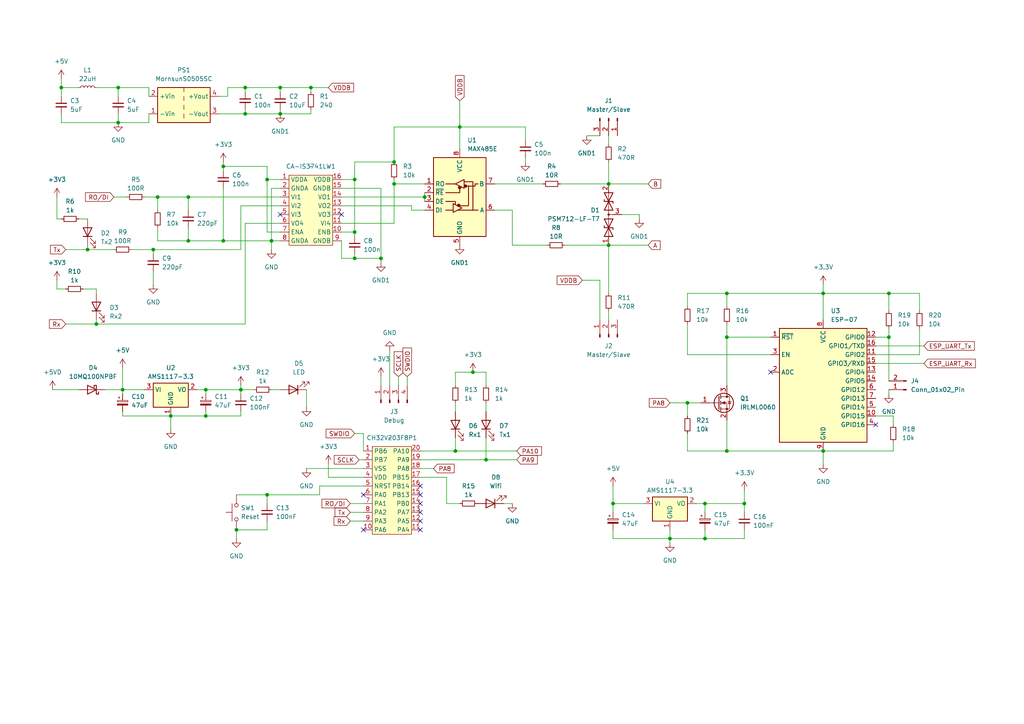
<source format=kicad_sch>
(kicad_sch (version 20230121) (generator eeschema)
  (paper "A4")
  (lib_symbols
    (symbol "CA-IS374x:CA-IS3741LW"
      (property "Reference" "CA-IS3741LW" (at 0 -1.27 0))
      (symbol "CA-IS3741LW_1_1"
        (pin input line (at -8.89 -3.81 0) (length 2.54) (name "VDDA") (number "1"))
        (pin input line (at 8.89 -19.05 180) (length 2.54) (name "ENB") (number "10"))
        (pin input line (at 8.89 -16.51 180) (length 2.54) (name "VI4") (number "11"))
        (pin input line (at 8.89 -13.97 180) (length 2.54) (name "VO3") (number "12"))
        (pin input line (at 8.89 -11.43 180) (length 2.54) (name "VO2") (number "13"))
        (pin input line (at 8.89 -8.89 180) (length 2.54) (name "VO1") (number "14"))
        (pin input line (at 8.89 -6.35 180) (length 2.54) (name "GNDB") (number "15"))
        (pin input line (at 8.89 -3.81 180) (length 2.54) (name "VDDB") (number "16"))
        (pin input line (at -8.89 -6.35 0) (length 2.54) (name "GNDA") (number "2"))
        (pin input line (at -8.89 -8.89 0) (length 2.54) (name "VI1") (number "3"))
        (pin input line (at -8.89 -11.43 0) (length 2.54) (name "VI2") (number "4"))
        (pin input line (at -8.89 -13.97 0) (length 2.54) (name "VI3") (number "5"))
        (pin input line (at -8.89 -16.51 0) (length 2.54) (name "VO4") (number "6"))
        (pin input line (at -8.89 -19.05 0) (length 2.54) (name "ENA") (number "7"))
        (pin input line (at -8.89 -21.59 0) (length 2.54) (name "GNDA") (number "8"))
        (pin input line (at 8.89 -21.59 180) (length 2.54) (name "GNDB") (number "9"))
      )
    )
    (symbol "CH32V:CH32V203F8P6"
      (property "Reference" "CH32V203F8P6" (at 0 0 0))
      (symbol "CH32V203F8P6_1_1"
        (pin input line (at -7.62 -3.81 0) (length 2.54) (name "PB6") (number "1"))
        (pin input line (at -7.62 -26.67 0) (length 2.54) (name "PA6") (number "10"))
        (pin input line (at 8.89 -26.67 180) (length 2.54) (name "PA4") (number "11"))
        (pin input line (at 8.89 -24.13 180) (length 2.54) (name "PA5") (number "12"))
        (pin input line (at 8.89 -21.59 180) (length 2.54) (name "PA7") (number "13"))
        (pin input line (at 8.89 -19.05 180) (length 2.54) (name "PB0") (number "14"))
        (pin input line (at 8.89 -16.51 180) (length 2.54) (name "PB13") (number "15"))
        (pin input line (at 8.89 -13.97 180) (length 2.54) (name "PB14") (number "16"))
        (pin input line (at 8.89 -11.43 180) (length 2.54) (name "PB15") (number "17"))
        (pin input line (at 8.89 -8.89 180) (length 2.54) (name "PA8") (number "18"))
        (pin input line (at 8.89 -6.35 180) (length 2.54) (name "PA9") (number "19"))
        (pin input line (at -7.62 -6.35 0) (length 2.54) (name "PB7") (number "2"))
        (pin input line (at 8.89 -3.81 180) (length 2.54) (name "PA10") (number "20"))
        (pin input line (at -7.62 -8.89 0) (length 2.54) (name "VSS") (number "3"))
        (pin input line (at -7.62 -11.43 0) (length 2.54) (name "VDD") (number "4"))
        (pin input line (at -7.62 -13.97 0) (length 2.54) (name "NRST") (number "5"))
        (pin input line (at -7.62 -16.51 0) (length 2.54) (name "PA0") (number "6"))
        (pin input line (at -7.62 -19.05 0) (length 2.54) (name "PA1") (number "7"))
        (pin input line (at -7.62 -21.59 0) (length 2.54) (name "PA2") (number "8"))
        (pin input line (at -7.62 -24.13 0) (length 2.54) (name "PA3") (number "9"))
      )
    )
    (symbol "Connector:Conn_01x02_Pin" (pin_names (offset 1.016) hide)
      (property "Reference" "J" (at 0 2.54 0))
      (property "Value" "Conn_01x02_Pin" (at 0 -5.08 0))
      (symbol "Conn_01x02_Pin_1_1"
        (pin passive line (at 5.08 0 180) (length 3.81) (name "Pin_1") (number "1"))
        (pin passive line (at 5.08 -2.54 180) (length 3.81) (name "Pin_2") (number "2"))
      )
    )
    (symbol "Connector:Conn_01x03_Pin" (pin_names (offset 1.016) hide)
      (property "Reference" "J" (at 0 5.08 0))
      (property "Value" "Conn_01x03_Pin" (at 0 -5.08 0))
      (symbol "Conn_01x03_Pin_1_1"
        (pin passive line (at 5.08 2.54 180) (length 3.81) (name "Pin_1") (number "1"))
        (pin passive line (at 5.08 0 180) (length 3.81) (name "Pin_2") (number "2"))
        (pin passive line (at 5.08 -2.54 180) (length 3.81) (name "Pin_3") (number "3"))
      )
    )
    (symbol "Connector:Conn_01x04_Pin" (pin_names (offset 1.016) hide)
      (property "Reference" "J" (at 0 5.08 0))
      (property "Value" "Conn_01x04_Pin" (at 0 -7.62 0))
      (symbol "Conn_01x04_Pin_1_1"
        (pin passive line (at 5.08 2.54 180) (length 3.81) (name "Pin_1") (number "1"))
        (pin passive line (at 5.08 0 180) (length 3.81) (name "Pin_2") (number "2"))
        (pin passive line (at 5.08 -2.54 180) (length 3.81) (name "Pin_3") (number "3"))
        (pin passive line (at 5.08 -5.08 180) (length 3.81) (name "Pin_4") (number "4"))
      )
    )
    (symbol "Converter_DCDC:MEE1S0505SC"
      (property "Reference" "PS" (at -7.62 6.35 0))
      (property "Value" "MEE1S0505SC" (at 1.27 6.35 0))
      (symbol "MEE1S0505SC_0_0"
        (pin power_in line (at -10.16 -2.54 0) (length 2.54) (name "-Vin") (number "1"))
        (pin power_in line (at -10.16 2.54 0) (length 2.54) (name "+Vin") (number "2"))
        (pin power_out line (at 10.16 -2.54 180) (length 2.54) (name "-Vout") (number "3"))
        (pin power_out line (at 10.16 2.54 180) (length 2.54) (name "+Vout") (number "4"))
      )
    )
    (symbol "Device:C_Polarized_Small" (pin_numbers hide) (pin_names (offset 0.254) hide)
      (property "Reference" "C" (at 0.254 1.778 0))
      (property "Value" "C_Polarized_Small" (at 0.254 -2.032 0))
      (symbol "C_Polarized_Small_1_1"
        (pin passive line (at 0 2.54 270) (length 1.8542) (name "~") (number "1"))
        (pin passive line (at 0 -2.54 90) (length 1.8542) (name "~") (number "2"))
      )
    )
    (symbol "Device:C_Small" (pin_numbers hide) (pin_names (offset 0.254) hide)
      (property "Reference" "C" (at 0.254 1.778 0))
      (property "Value" "C_Small" (at 0.254 -2.032 0))
      (symbol "C_Small_1_1"
        (pin passive line (at 0 2.54 270) (length 2.032) (name "~") (number "1"))
        (pin passive line (at 0 -2.54 90) (length 2.032) (name "~") (number "2"))
      )
    )
    (symbol "Device:D_TVS_Dual_AAC" (pin_names (offset 1.016) hide)
      (property "Reference" "D" (at 0 4.445 0))
      (property "Value" "D_TVS_Dual_AAC" (at 0 2.54 0))
      (symbol "D_TVS_Dual_AAC_1_1"
        (pin passive line (at -8.89 0 0) (length 2.54) (name "A1") (number "1"))
        (pin passive line (at 8.89 0 180) (length 2.54) (name "A2") (number "2"))
        (pin input line (at 0 -3.81 90) (length 2.54) (name "common") (number "3"))
      )
    )
    (symbol "Device:LED" (pin_numbers hide) (pin_names (offset 1.016) hide)
      (property "Reference" "D" (at 0 2.54 0))
      (property "Value" "LED" (at 0 -2.54 0))
      (symbol "LED_1_1"
        (pin passive line (at -3.81 0 0) (length 2.54) (name "K") (number "1"))
        (pin passive line (at 3.81 0 180) (length 2.54) (name "A") (number "2"))
      )
    )
    (symbol "Device:L_Small" (pin_numbers hide) (pin_names (offset 0.254) hide)
      (property "Reference" "L" (at 0.762 1.016 0))
      (property "Value" "L_Small" (at 0.762 -1.016 0))
      (symbol "L_Small_1_1"
        (pin passive line (at 0 2.54 270) (length 0.508) (name "~") (number "1"))
        (pin passive line (at 0 -2.54 90) (length 0.508) (name "~") (number "2"))
      )
    )
    (symbol "Device:R_Small" (pin_numbers hide) (pin_names (offset 0.254) hide)
      (property "Reference" "R" (at 0.762 0.508 0))
      (property "Value" "R_Small" (at 0.762 -1.016 0))
      (symbol "R_Small_1_1"
        (pin passive line (at 0 2.54 270) (length 0.762) (name "~") (number "1"))
        (pin passive line (at 0 -2.54 90) (length 0.762) (name "~") (number "2"))
      )
    )
    (symbol "Diode:B120-E3" (pin_numbers hide) (pin_names hide)
      (property "Reference" "D" (at 0 2.54 0))
      (property "Value" "B120-E3" (at 0 -2.54 0))
      (symbol "B120-E3_1_1"
        (pin passive line (at -3.81 0 0) (length 2.54) (name "K") (number "1"))
        (pin passive line (at 3.81 0 180) (length 2.54) (name "A") (number "2"))
      )
    )
    (symbol "Interface_UART:MAX485E"
      (property "Reference" "U" (at -6.096 11.43 0))
      (property "Value" "MAX485E" (at 0.762 11.43 0))
      (symbol "MAX485E_1_1"
        (pin output line (at -10.16 2.54 0) (length 2.54) (name "RO") (number "1"))
        (pin input line (at -10.16 0 0) (length 2.54) (name "~{RE}") (number "2"))
        (pin input line (at -10.16 -2.54 0) (length 2.54) (name "DE") (number "3"))
        (pin input line (at -10.16 -5.08 0) (length 2.54) (name "DI") (number "4"))
        (pin power_in line (at 0 -15.24 90) (length 2.54) (name "GND") (number "5"))
        (pin bidirectional line (at 10.16 -5.08 180) (length 2.54) (name "A") (number "6"))
        (pin bidirectional line (at 10.16 2.54 180) (length 2.54) (name "B") (number "7"))
        (pin power_in line (at 0 12.7 270) (length 2.54) (name "VCC") (number "8"))
      )
    )
    (symbol "RF_Module:ESP-07"
      (property "Reference" "U" (at -12.7 19.05 0))
      (property "Value" "ESP-07" (at 12.7 19.05 0))
      (symbol "ESP-07_1_1"
        (pin input line (at -15.24 15.24 0) (length 2.54) (name "~{RST}") (number "1"))
        (pin bidirectional line (at 15.24 -7.62 180) (length 2.54) (name "GPIO15") (number "10"))
        (pin bidirectional line (at 15.24 10.16 180) (length 2.54) (name "GPIO2") (number "11"))
        (pin bidirectional line (at 15.24 15.24 180) (length 2.54) (name "GPIO0") (number "12"))
        (pin bidirectional line (at 15.24 5.08 180) (length 2.54) (name "GPIO4") (number "13"))
        (pin bidirectional line (at 15.24 2.54 180) (length 2.54) (name "GPIO5") (number "14"))
        (pin bidirectional line (at 15.24 7.62 180) (length 2.54) (name "GPIO3/RXD") (number "15"))
        (pin bidirectional line (at 15.24 12.7 180) (length 2.54) (name "GPIO1/TXD") (number "16"))
        (pin input line (at -15.24 5.08 0) (length 2.54) (name "ADC") (number "2"))
        (pin input line (at -15.24 10.16 0) (length 2.54) (name "EN") (number "3"))
        (pin bidirectional line (at 15.24 -10.16 180) (length 2.54) (name "GPIO16") (number "4"))
        (pin bidirectional line (at 15.24 -5.08 180) (length 2.54) (name "GPIO14") (number "5"))
        (pin bidirectional line (at 15.24 0 180) (length 2.54) (name "GPIO12") (number "6"))
        (pin bidirectional line (at 15.24 -2.54 180) (length 2.54) (name "GPIO13") (number "7"))
        (pin power_in line (at 0 20.32 270) (length 2.54) (name "VCC") (number "8"))
        (pin power_in line (at 0 -17.78 90) (length 2.54) (name "GND") (number "9"))
      )
    )
    (symbol "Regulator_Linear:AMS1117-3.3"
      (property "Reference" "U" (at -3.81 3.175 0))
      (property "Value" "AMS1117-3.3" (at 0 3.175 0))
      (symbol "AMS1117-3.3_1_1"
        (pin power_in line (at 0 -7.62 90) (length 2.54) (name "GND") (number "1"))
        (pin power_out line (at 7.62 0 180) (length 2.54) (name "VO") (number "2"))
        (pin power_in line (at -7.62 0 0) (length 2.54) (name "VI") (number "3"))
      )
    )
    (symbol "Switch:SW_MEC_5G" (pin_numbers hide) (pin_names (offset 1.016) hide)
      (property "Reference" "SW" (at 1.27 2.54 0))
      (property "Value" "SW_MEC_5G" (at 0 -1.524 0))
      (symbol "SW_MEC_5G_0_1"
        (pin passive line (at -5.08 0 0) (length 2.54) (name "A") (number "1"))
        (pin passive line (at 5.08 0 180) (length 2.54) (name "B") (number "3"))
      )
      (symbol "SW_MEC_5G_1_1"
        (pin passive line (at -5.08 0 0) (length 2.54) hide (name "A") (number "2"))
        (pin passive line (at 5.08 0 180) (length 2.54) hide (name "B") (number "4"))
      )
    )
    (symbol "Transistor_FET:IRLML0030" (pin_names hide)
      (property "Reference" "Q" (at 5.08 1.905 0))
      (property "Value" "IRLML0030" (at 5.08 0 0))
      (symbol "IRLML0030_1_1"
        (pin input line (at -5.08 0 0) (length 2.54) (name "G") (number "1"))
        (pin passive line (at 2.54 -5.08 90) (length 2.54) (name "S") (number "2"))
        (pin passive line (at 2.54 5.08 270) (length 2.54) (name "D") (number "3"))
      )
    )
    (symbol "power:+3.3V" (power) (pin_names (offset 0))
      (property "Value" "+3.3V" (at 0 3.556 0))
      (symbol "+3.3V_1_1"
        (pin power_in line (at 0 0 90) (length 0) hide (name "+3.3V") (number "1"))
      )
    )
    (symbol "power:+3V3" (power) (pin_names (offset 0))
      (property "Value" "+3V3" (at 0 3.556 0))
      (symbol "+3V3_1_1"
        (pin power_in line (at 0 0 90) (length 0) hide (name "+3V3") (number "1"))
      )
    )
    (symbol "power:+5V" (power) (pin_names (offset 0))
      (property "Value" "+5V" (at 0 3.556 0))
      (symbol "+5V_1_1"
        (pin power_in line (at 0 0 90) (length 0) hide (name "+5V") (number "1"))
      )
    )
    (symbol "power:+5VD" (power) (pin_names (offset 0))
      (property "Value" "+5VD" (at 0 3.556 0))
      (symbol "+5VD_1_1"
        (pin power_in line (at 0 0 90) (length 0) hide (name "+5VD") (number "1"))
      )
    )
    (symbol "power:GND" (power) (pin_names (offset 0))
      (property "Value" "GND" (at 0 -3.81 0))
      (symbol "GND_1_1"
        (pin power_in line (at 0 0 270) (length 0) hide (name "GND") (number "1"))
      )
    )
    (symbol "power:GND1" (power) (pin_names (offset 0))
      (property "Value" "GND1" (at 0 -3.81 0))
      (symbol "GND1_1_1"
        (pin power_in line (at 0 0 270) (length 0) hide (name "GND1") (number "1"))
      )
    )
  )
  (junction (at 68.58 153.67))
  (junction (at 140.97 133.35))
  (junction (at 132.08 130.81))
  (junction (at 110.49 74.93))
  (junction (at 25.4 72.39))
  (junction (at 78.74 69.85))
  (junction (at 90.17 25.4))
  (junction (at 199.39 116.84))
  (junction (at 204.47 146.05))
  (junction (at 194.31 156.21))
  (junction (at 210.82 85.09))
  (junction (at 177.8 146.05))
  (junction (at 59.69 113.03))
  (junction (at 54.61 69.85))
  (junction (at 210.82 97.79))
  (junction (at 215.9 146.05))
  (junction (at 238.76 85.09))
  (junction (at 176.53 53.34))
  (junction (at 17.78 25.4))
  (junction (at 133.35 36.83))
  (junction (at 176.53 71.12))
  (junction (at 123.19 57.15))
  (junction (at 257.81 85.09))
  (junction (at 54.61 57.15))
  (junction (at 114.3 53.34))
  (junction (at 114.3 46.99))
  (junction (at 204.47 156.21))
  (junction (at 238.76 130.81))
  (junction (at 81.28 33.02))
  (junction (at 27.94 93.98))
  (junction (at 71.12 33.02))
  (junction (at 102.87 74.93))
  (junction (at 34.29 35.56))
  (junction (at 137.16 107.95))
  (junction (at 44.45 72.39))
  (junction (at 71.12 25.4))
  (junction (at 257.81 97.79))
  (junction (at 81.28 25.4))
  (junction (at 49.53 120.65))
  (junction (at 102.87 67.31))
  (junction (at 45.72 57.15))
  (junction (at 77.47 143.51))
  (junction (at 59.69 120.65))
  (junction (at 102.87 52.07))
  (junction (at 35.56 113.03))
  (junction (at 210.82 130.81))
  (junction (at 34.29 25.4))
  (junction (at 77.47 52.07))
  (junction (at 64.77 69.85))
  (junction (at 69.85 113.03))
  (junction (at 64.77 48.26))
  (no_connect (at 121.92 151.13))
  (no_connect (at 121.92 143.51))
  (no_connect (at 81.28 62.23))
  (no_connect (at 121.92 148.59))
  (no_connect (at 223.52 107.95))
  (no_connect (at 121.92 153.67))
  (no_connect (at 105.41 143.51))
  (no_connect (at 121.92 146.05))
  (no_connect (at 105.41 153.67))
  (no_connect (at 99.06 62.23))
  (no_connect (at 254 123.19))
  (no_connect (at 121.92 140.97))
  (wire (pts (xy 177.8 156.21) (xy 194.31 156.21)))
  (wire (pts (xy 99.06 59.69) (xy 119.38 59.69)))
  (wire (pts (xy 199.39 116.84) (xy 203.2 116.84)))
  (wire (pts (xy 17.78 63.5) (xy 16.51 63.5)))
  (wire (pts (xy 95.25 138.43) (xy 95.25 134.62)))
  (wire (pts (xy 210.82 85.09) (xy 238.76 85.09)))
  (wire (pts (xy 78.74 69.85) (xy 78.74 72.39)))
  (wire (pts (xy 90.17 33.02) (xy 90.17 31.75)))
  (wire (pts (xy 17.78 22.86) (xy 17.78 25.4)))
  (wire (pts (xy 66.04 25.4) (xy 71.12 25.4)))
  (wire (pts (xy 199.39 85.09) (xy 210.82 85.09)))
  (wire (pts (xy 102.87 52.07) (xy 102.87 46.99)))
  (wire (pts (xy 71.12 93.98) (xy 27.94 93.98)))
  (wire (pts (xy 121.92 135.89) (xy 125.73 135.89)))
  (wire (pts (xy 123.19 53.34) (xy 114.3 53.34)))
  (wire (pts (xy 177.8 153.67) (xy 177.8 156.21)))
  (wire (pts (xy 177.8 146.05) (xy 186.69 146.05)))
  (wire (pts (xy 43.18 25.4) (xy 43.18 27.94)))
  (wire (pts (xy 16.51 57.15) (xy 16.51 63.5)))
  (wire (pts (xy 194.31 153.67) (xy 194.31 156.21)))
  (wire (pts (xy 210.82 85.09) (xy 210.82 88.9)))
  (wire (pts (xy 25.4 72.39) (xy 33.02 72.39)))
  (wire (pts (xy 90.17 25.4) (xy 95.25 25.4)))
  (wire (pts (xy 71.12 64.77) (xy 71.12 93.98)))
  (wire (pts (xy 68.58 153.67) (xy 77.47 153.67)))
  (wire (pts (xy 176.53 53.34) (xy 187.96 53.34)))
  (wire (pts (xy 152.4 36.83) (xy 152.4 40.64)))
  (wire (pts (xy 71.12 26.67) (xy 71.12 25.4)))
  (wire (pts (xy 43.18 35.56) (xy 43.18 33.02)))
  (wire (pts (xy 44.45 78.74) (xy 44.45 82.55)))
  (wire (pts (xy 44.45 72.39) (xy 69.85 72.39)))
  (wire (pts (xy 27.94 25.4) (xy 34.29 25.4)))
  (wire (pts (xy 101.6 146.05) (xy 105.41 146.05)))
  (wire (pts (xy 254 102.87) (xy 266.7 102.87)))
  (wire (pts (xy 22.86 63.5) (xy 25.4 63.5)))
  (wire (pts (xy 176.53 90.17) (xy 176.53 92.71)))
  (wire (pts (xy 110.49 76.2) (xy 110.49 74.93)))
  (wire (pts (xy 163.83 71.12) (xy 176.53 71.12)))
  (wire (pts (xy 105.41 130.81) (xy 105.41 125.73)))
  (wire (pts (xy 254 105.41) (xy 267.97 105.41)))
  (wire (pts (xy 81.28 64.77) (xy 71.12 64.77)))
  (wire (pts (xy 105.41 125.73) (xy 102.87 125.73)))
  (wire (pts (xy 215.9 142.24) (xy 215.9 146.05)))
  (wire (pts (xy 133.35 36.83) (xy 152.4 36.83)))
  (wire (pts (xy 68.58 153.67) (xy 68.58 156.21)))
  (wire (pts (xy 204.47 148.59) (xy 204.47 146.05)))
  (wire (pts (xy 114.3 53.34) (xy 114.3 52.07)))
  (wire (pts (xy 140.97 111.76) (xy 140.97 107.95)))
  (wire (pts (xy 123.19 55.88) (xy 123.19 57.15)))
  (wire (pts (xy 132.08 116.84) (xy 132.08 119.38)))
  (wire (pts (xy 215.9 156.21) (xy 215.9 153.67)))
  (wire (pts (xy 78.74 69.85) (xy 81.28 69.85)))
  (wire (pts (xy 162.56 53.34) (xy 176.53 53.34)))
  (wire (pts (xy 92.71 143.51) (xy 92.71 140.97)))
  (wire (pts (xy 194.31 156.21) (xy 204.47 156.21)))
  (wire (pts (xy 254 97.79) (xy 257.81 97.79)))
  (wire (pts (xy 69.85 59.69) (xy 81.28 59.69)))
  (wire (pts (xy 129.54 138.43) (xy 129.54 146.05)))
  (wire (pts (xy 266.7 102.87) (xy 266.7 95.25)))
  (wire (pts (xy 69.85 111.76) (xy 69.85 113.03)))
  (wire (pts (xy 49.53 120.65) (xy 49.53 124.46)))
  (wire (pts (xy 199.39 130.81) (xy 210.82 130.81)))
  (wire (pts (xy 113.03 101.6) (xy 113.03 111.76)))
  (wire (pts (xy 34.29 33.02) (xy 34.29 35.56)))
  (wire (pts (xy 185.42 62.23) (xy 180.34 62.23)))
  (wire (pts (xy 54.61 57.15) (xy 81.28 57.15)))
  (wire (pts (xy 185.42 63.5) (xy 185.42 62.23)))
  (wire (pts (xy 35.56 120.65) (xy 35.56 119.38)))
  (wire (pts (xy 71.12 25.4) (xy 81.28 25.4)))
  (wire (pts (xy 59.69 120.65) (xy 49.53 120.65)))
  (wire (pts (xy 64.77 48.26) (xy 64.77 49.53)))
  (wire (pts (xy 54.61 60.96) (xy 54.61 57.15)))
  (wire (pts (xy 57.15 113.03) (xy 59.69 113.03)))
  (wire (pts (xy 71.12 33.02) (xy 71.12 31.75)))
  (wire (pts (xy 35.56 113.03) (xy 35.56 114.3)))
  (wire (pts (xy 88.9 135.89) (xy 105.41 135.89)))
  (wire (pts (xy 45.72 57.15) (xy 54.61 57.15)))
  (wire (pts (xy 16.51 83.82) (xy 16.51 81.28)))
  (wire (pts (xy 148.59 71.12) (xy 158.75 71.12)))
  (wire (pts (xy 41.91 113.03) (xy 35.56 113.03)))
  (wire (pts (xy 148.59 60.96) (xy 143.51 60.96)))
  (wire (pts (xy 210.82 97.79) (xy 210.82 93.98)))
  (wire (pts (xy 64.77 69.85) (xy 78.74 69.85)))
  (wire (pts (xy 104.14 133.35) (xy 105.41 133.35)))
  (wire (pts (xy 257.81 85.09) (xy 238.76 85.09)))
  (wire (pts (xy 33.02 57.15) (xy 36.83 57.15)))
  (wire (pts (xy 45.72 66.04) (xy 45.72 69.85)))
  (wire (pts (xy 66.04 27.94) (xy 66.04 25.4)))
  (wire (pts (xy 54.61 66.04) (xy 54.61 69.85)))
  (wire (pts (xy 102.87 46.99) (xy 114.3 46.99)))
  (wire (pts (xy 27.94 85.09) (xy 27.94 83.82)))
  (wire (pts (xy 257.81 97.79) (xy 257.81 110.49)))
  (wire (pts (xy 64.77 46.99) (xy 64.77 48.26)))
  (wire (pts (xy 238.76 130.81) (xy 238.76 134.62)))
  (wire (pts (xy 27.94 93.98) (xy 19.05 93.98)))
  (wire (pts (xy 99.06 52.07) (xy 102.87 52.07)))
  (wire (pts (xy 259.08 120.65) (xy 259.08 123.19)))
  (wire (pts (xy 176.53 71.12) (xy 176.53 85.09)))
  (wire (pts (xy 77.47 153.67) (xy 77.47 151.13)))
  (wire (pts (xy 204.47 156.21) (xy 204.47 153.67)))
  (wire (pts (xy 257.81 90.17) (xy 257.81 85.09)))
  (wire (pts (xy 133.35 43.18) (xy 133.35 36.83)))
  (wire (pts (xy 102.87 74.93) (xy 110.49 74.93)))
  (wire (pts (xy 129.54 146.05) (xy 133.35 146.05)))
  (wire (pts (xy 90.17 25.4) (xy 90.17 26.67)))
  (wire (pts (xy 132.08 127) (xy 132.08 130.81)))
  (wire (pts (xy 199.39 102.87) (xy 199.39 93.98)))
  (wire (pts (xy 101.6 148.59) (xy 105.41 148.59)))
  (wire (pts (xy 110.49 54.61) (xy 110.49 74.93)))
  (wire (pts (xy 81.28 25.4) (xy 81.28 26.67)))
  (wire (pts (xy 19.05 83.82) (xy 16.51 83.82)))
  (wire (pts (xy 102.87 67.31) (xy 102.87 68.58)))
  (wire (pts (xy 132.08 130.81) (xy 149.86 130.81)))
  (wire (pts (xy 64.77 54.61) (xy 64.77 69.85)))
  (wire (pts (xy 19.05 72.39) (xy 25.4 72.39)))
  (wire (pts (xy 168.91 81.28) (xy 173.99 81.28)))
  (wire (pts (xy 88.9 113.03) (xy 88.9 118.11)))
  (wire (pts (xy 177.8 146.05) (xy 177.8 148.59)))
  (wire (pts (xy 210.82 130.81) (xy 238.76 130.81)))
  (wire (pts (xy 81.28 52.07) (xy 77.47 52.07)))
  (wire (pts (xy 49.53 120.65) (xy 35.56 120.65)))
  (wire (pts (xy 102.87 52.07) (xy 102.87 67.31)))
  (wire (pts (xy 194.31 116.84) (xy 199.39 116.84)))
  (wire (pts (xy 78.74 113.03) (xy 81.28 113.03)))
  (wire (pts (xy 102.87 73.66) (xy 102.87 74.93)))
  (wire (pts (xy 92.71 140.97) (xy 105.41 140.97)))
  (wire (pts (xy 132.08 111.76) (xy 132.08 107.95)))
  (wire (pts (xy 173.99 81.28) (xy 173.99 92.71)))
  (wire (pts (xy 254 100.33) (xy 267.97 100.33)))
  (wire (pts (xy 81.28 33.02) (xy 81.28 31.75)))
  (wire (pts (xy 81.28 33.02) (xy 90.17 33.02)))
  (wire (pts (xy 99.06 57.15) (xy 123.19 57.15)))
  (wire (pts (xy 78.74 54.61) (xy 78.74 69.85)))
  (wire (pts (xy 17.78 35.56) (xy 34.29 35.56)))
  (wire (pts (xy 114.3 36.83) (xy 114.3 46.99)))
  (wire (pts (xy 143.51 53.34) (xy 157.48 53.34)))
  (wire (pts (xy 77.47 48.26) (xy 64.77 48.26)))
  (wire (pts (xy 223.52 102.87) (xy 199.39 102.87)))
  (wire (pts (xy 41.91 57.15) (xy 45.72 57.15)))
  (wire (pts (xy 27.94 83.82) (xy 24.13 83.82)))
  (wire (pts (xy 102.87 74.93) (xy 99.06 74.93)))
  (wire (pts (xy 77.47 67.31) (xy 81.28 67.31)))
  (wire (pts (xy 140.97 116.84) (xy 140.97 119.38)))
  (wire (pts (xy 204.47 146.05) (xy 201.93 146.05)))
  (wire (pts (xy 45.72 69.85) (xy 54.61 69.85)))
  (wire (pts (xy 254 120.65) (xy 259.08 120.65)))
  (wire (pts (xy 77.47 52.07) (xy 77.47 67.31)))
  (wire (pts (xy 257.81 113.03) (xy 257.81 114.3)))
  (wire (pts (xy 266.7 85.09) (xy 257.81 85.09)))
  (wire (pts (xy 59.69 113.03) (xy 69.85 113.03)))
  (wire (pts (xy 99.06 54.61) (xy 110.49 54.61)))
  (wire (pts (xy 170.18 39.37) (xy 173.99 39.37)))
  (wire (pts (xy 77.47 143.51) (xy 92.71 143.51)))
  (wire (pts (xy 223.52 97.79) (xy 210.82 97.79)))
  (wire (pts (xy 69.85 113.03) (xy 73.66 113.03)))
  (wire (pts (xy 102.87 67.31) (xy 99.06 67.31)))
  (wire (pts (xy 146.05 146.05) (xy 148.59 146.05)))
  (wire (pts (xy 34.29 25.4) (xy 43.18 25.4)))
  (wire (pts (xy 30.48 113.03) (xy 35.56 113.03)))
  (wire (pts (xy 210.82 121.92) (xy 210.82 130.81)))
  (wire (pts (xy 81.28 25.4) (xy 90.17 25.4)))
  (wire (pts (xy 69.85 119.38) (xy 69.85 120.65)))
  (wire (pts (xy 119.38 59.69) (xy 119.38 60.96)))
  (wire (pts (xy 199.39 125.73) (xy 199.39 130.81)))
  (wire (pts (xy 99.06 74.93) (xy 99.06 69.85)))
  (wire (pts (xy 110.49 109.22) (xy 110.49 111.76)))
  (wire (pts (xy 77.47 52.07) (xy 77.47 48.26)))
  (wire (pts (xy 257.81 97.79) (xy 257.81 95.25)))
  (wire (pts (xy 54.61 69.85) (xy 64.77 69.85)))
  (wire (pts (xy 176.53 71.12) (xy 187.96 71.12)))
  (wire (pts (xy 17.78 25.4) (xy 17.78 27.94)))
  (wire (pts (xy 44.45 72.39) (xy 44.45 73.66)))
  (wire (pts (xy 59.69 119.38) (xy 59.69 120.65)))
  (wire (pts (xy 118.11 109.22) (xy 118.11 111.76)))
  (wire (pts (xy 140.97 127) (xy 140.97 133.35)))
  (wire (pts (xy 68.58 143.51) (xy 77.47 143.51)))
  (wire (pts (xy 238.76 85.09) (xy 238.76 92.71)))
  (wire (pts (xy 15.24 113.03) (xy 22.86 113.03)))
  (wire (pts (xy 199.39 88.9) (xy 199.39 85.09)))
  (wire (pts (xy 132.08 107.95) (xy 137.16 107.95)))
  (wire (pts (xy 133.35 29.21) (xy 133.35 36.83)))
  (wire (pts (xy 34.29 35.56) (xy 43.18 35.56)))
  (wire (pts (xy 17.78 25.4) (xy 22.86 25.4)))
  (wire (pts (xy 215.9 146.05) (xy 215.9 148.59)))
  (wire (pts (xy 69.85 72.39) (xy 69.85 59.69)))
  (wire (pts (xy 38.1 72.39) (xy 44.45 72.39)))
  (wire (pts (xy 121.92 133.35) (xy 140.97 133.35)))
  (wire (pts (xy 266.7 90.17) (xy 266.7 85.09)))
  (wire (pts (xy 140.97 107.95) (xy 137.16 107.95)))
  (wire (pts (xy 105.41 138.43) (xy 95.25 138.43)))
  (wire (pts (xy 59.69 113.03) (xy 59.69 114.3)))
  (wire (pts (xy 34.29 25.4) (xy 34.29 27.94)))
  (wire (pts (xy 204.47 146.05) (xy 215.9 146.05)))
  (wire (pts (xy 114.3 64.77) (xy 99.06 64.77)))
  (wire (pts (xy 35.56 106.68) (xy 35.56 113.03)))
  (wire (pts (xy 210.82 97.79) (xy 210.82 111.76)))
  (wire (pts (xy 69.85 120.65) (xy 59.69 120.65)))
  (wire (pts (xy 199.39 116.84) (xy 199.39 120.65)))
  (wire (pts (xy 63.5 33.02) (xy 71.12 33.02)))
  (wire (pts (xy 81.28 54.61) (xy 78.74 54.61)))
  (wire (pts (xy 45.72 60.96) (xy 45.72 57.15)))
  (wire (pts (xy 133.35 36.83) (xy 114.3 36.83)))
  (wire (pts (xy 123.19 57.15) (xy 123.19 58.42)))
  (wire (pts (xy 204.47 156.21) (xy 215.9 156.21)))
  (wire (pts (xy 101.6 151.13) (xy 105.41 151.13)))
  (wire (pts (xy 71.12 33.02) (xy 81.28 33.02)))
  (wire (pts (xy 115.57 109.22) (xy 115.57 111.76)))
  (wire (pts (xy 25.4 71.12) (xy 25.4 72.39)))
  (wire (pts (xy 152.4 45.72) (xy 152.4 46.99)))
  (wire (pts (xy 114.3 53.34) (xy 114.3 64.77)))
  (wire (pts (xy 176.53 39.37) (xy 176.53 41.91)))
  (wire (pts (xy 119.38 60.96) (xy 123.19 60.96)))
  (wire (pts (xy 69.85 113.03) (xy 69.85 114.3)))
  (wire (pts (xy 176.53 46.99) (xy 176.53 53.34)))
  (wire (pts (xy 194.31 156.21) (xy 194.31 157.48)))
  (wire (pts (xy 27.94 92.71) (xy 27.94 93.98)))
  (wire (pts (xy 238.76 82.55) (xy 238.76 85.09)))
  (wire (pts (xy 121.92 138.43) (xy 129.54 138.43)))
  (wire (pts (xy 148.59 71.12) (xy 148.59 60.96)))
  (wire (pts (xy 177.8 140.97) (xy 177.8 146.05)))
  (wire (pts (xy 259.08 128.27) (xy 259.08 130.81)))
  (wire (pts (xy 259.08 130.81) (xy 238.76 130.81)))
  (wire (pts (xy 121.92 130.81) (xy 132.08 130.81)))
  (wire (pts (xy 77.47 143.51) (xy 77.47 146.05)))
  (wire (pts (xy 140.97 133.35) (xy 149.86 133.35)))
  (wire (pts (xy 17.78 33.02) (xy 17.78 35.56)))
  (wire (pts (xy 63.5 27.94) (xy 66.04 27.94)))
  (global_label "Tx" (shape input) (at 101.6 148.59 180) (property "Intersheetrefs" "${INTERSHEET_REFS}" (effects hide)))
  (global_label "VDDB" (shape input) (at 133.35 29.21 90) (property "Intersheetrefs" "${INTERSHEET_REFS}" (effects hide)))
  (global_label "SWDIO" (shape input) (at 102.87 125.73 180) (property "Intersheetrefs" "${INTERSHEET_REFS}" (effects hide)))
  (global_label "SWDIO" (shape input) (at 118.11 109.22 90) (property "Intersheetrefs" "${INTERSHEET_REFS}" (effects hide)))
  (global_label "SCLK" (shape input) (at 104.14 133.35 180) (property "Intersheetrefs" "${INTERSHEET_REFS}" (effects hide)))
  (global_label "PA8" (shape input) (at 194.31 116.84 180) (property "Intersheetrefs" "${INTERSHEET_REFS}" (effects hide)))
  (global_label "Rx" (shape input) (at 101.6 151.13 180) (property "Intersheetrefs" "${INTERSHEET_REFS}" (effects hide)))
  (global_label "PA8" (shape input) (at 125.73 135.89 0) (property "Intersheetrefs" "${INTERSHEET_REFS}" (effects hide)))
  (global_label "ESP_UART_Tx" (shape input) (at 267.97 100.33 0) (property "Intersheetrefs" "${INTERSHEET_REFS}" (effects hide)))
  (global_label "A" (shape input) (at 187.96 71.12 0) (property "Intersheetrefs" "${INTERSHEET_REFS}" (effects hide)))
  (global_label "RO{slash}DI" (shape input) (at 33.02 57.15 180) (property "Intersheetrefs" "${INTERSHEET_REFS}" (effects hide)))
  (global_label "PA9" (shape input) (at 149.86 133.35 0) (property "Intersheetrefs" "${INTERSHEET_REFS}" (effects hide)))
  (global_label "VDDB" (shape input) (at 95.25 25.4 0) (property "Intersheetrefs" "${INTERSHEET_REFS}" (effects hide)))
  (global_label "PA10" (shape input) (at 149.86 130.81 0) (property "Intersheetrefs" "${INTERSHEET_REFS}" (effects hide)))
  (global_label "ESP_UART_Rx" (shape input) (at 267.97 105.41 0) (property "Intersheetrefs" "${INTERSHEET_REFS}" (effects hide)))
  (global_label "SCLK" (shape input) (at 115.57 109.22 90) (property "Intersheetrefs" "${INTERSHEET_REFS}" (effects hide)))
  (global_label "B" (shape input) (at 187.96 53.34 0) (property "Intersheetrefs" "${INTERSHEET_REFS}" (effects hide)))
  (global_label "VDDB" (shape input) (at 168.91 81.28 180) (property "Intersheetrefs" "${INTERSHEET_REFS}" (effects hide)))
  (global_label "Rx" (shape input) (at 19.05 93.98 180) (property "Intersheetrefs" "${INTERSHEET_REFS}" (effects hide)))
  (global_label "RO{slash}DI" (shape input) (at 101.6 146.05 180) (property "Intersheetrefs" "${INTERSHEET_REFS}" (effects hide)))
  (global_label "Tx" (shape input) (at 19.05 72.39 180) (property "Intersheetrefs" "${INTERSHEET_REFS}" (effects hide)))
  (symbol (lib_id "Device:R_Small") (at 210.82 91.44 0) (unit 1)
    (property "Reference" "R16" (at 213.36 90.17 0) (effects (justify left)))
    (property "Value" "10k" (at 213.36 92.71 0) (effects (justify left)))
    (property "Footprint" "Resistor_SMD:R_0603_1608Metric" (effects hide))
  )
  (symbol (lib_id "Connector:Conn_01x03_Pin") (at 176.53 97.79 90) (unit 1)
    (property "Reference" "J2" (at 176.53 100.33 90))
    (property "Value" "Master/Slave" (at 176.53 102.87 90))
    (property "Footprint" "Connector_PinHeader_2.54mm:PinHeader_1x03_P2.54mm_Vertical" (effects hide))
  )
  (symbol (lib_id "Device:C_Polarized_Small") (at 177.8 151.13 0) (unit 1)
    (property "Reference" "C14" (at 180.34 149.3139 0) (effects (justify left)))
    (property "Value" "47uF" (at 180.34 151.8539 0) (effects (justify left)))
    (property "Footprint" "Capacitor_Tantalum_SMD:CP_EIA-3528-21_Kemet-B_Pad1.50x2.35mm_HandSolder" (effects hide))
  )
  (symbol (lib_id "power:GND") (at 78.74 72.39 0) (unit 1)
    (property "Reference" "#PWR010" (effects hide))
    (property "Value" "GND" (at 78.74 77.47 0))
  )
  (symbol (lib_id "Regulator_Linear:AMS1117-3.3") (at 194.31 146.05 0) (unit 1)
    (property "Reference" "U4" (at 194.31 139.7 0))
    (property "Value" "AMS1117-3.3" (at 194.31 142.24 0))
    (property "Footprint" "Package_TO_SOT_SMD:SOT-223-3_TabPin2" (effects hide))
    (property "Datasheet" "http://www.advanced-monolithic.com/pdf/ds1117.pdf" (effects hide))
  )
  (symbol (lib_id "power:+3V3") (at 110.49 109.22 0) (unit 1)
    (property "Reference" "#PWR017" (effects hide))
    (property "Value" "+3V3" (at 110.49 104.14 0))
  )
  (symbol (lib_id "Device:LED") (at 25.4 67.31 90) (unit 1)
    (property "Reference" "D2" (at 29.21 67.6275 90) (effects (justify right)))
    (property "Value" "Tx2" (at 29.21 70.1675 90) (effects (justify right)))
    (property "Footprint" "Diode_SMD:D_0805_2012Metric" (effects hide))
  )
  (symbol (lib_id "power:GND") (at 34.29 35.56 0) (unit 1)
    (property "Reference" "#PWR03" (effects hide))
    (property "Value" "GND" (at 34.29 40.64 0))
  )
  (symbol (lib_id "power:GND") (at 44.45 82.55 0) (unit 1)
    (property "Reference" "#PWR013" (effects hide))
    (property "Value" "GND" (at 44.45 87.63 0))
  )
  (symbol (lib_id "Device:R_Small") (at 160.02 53.34 90) (unit 1)
    (property "Reference" "R4" (at 160.02 48.26 90))
    (property "Value" "10R" (at 160.02 50.8 90))
    (property "Footprint" "Resistor_SMD:R_0805_2012Metric" (effects hide))
  )
  (symbol (lib_id "Device:R_Small") (at 199.39 91.44 0) (unit 1)
    (property "Reference" "R17" (at 201.93 90.17 0) (effects (justify left)))
    (property "Value" "10k" (at 201.93 92.71 0) (effects (justify left)))
    (property "Footprint" "Resistor_SMD:R_0603_1608Metric" (effects hide))
  )
  (symbol (lib_id "Device:C_Polarized_Small") (at 59.69 116.84 0) (unit 1)
    (property "Reference" "C11" (at 62.23 115.0239 0) (effects (justify left)))
    (property "Value" "47uF" (at 62.23 117.5639 0) (effects (justify left)))
    (property "Footprint" "Capacitor_Tantalum_SMD:CP_EIA-3528-21_Kemet-B_Pad1.50x2.35mm_HandSolder" (effects hide))
  )
  (symbol (lib_id "Device:C_Polarized_Small") (at 204.47 151.13 0) (unit 1)
    (property "Reference" "C15" (at 207.01 149.3139 0) (effects (justify left)))
    (property "Value" "47uF" (at 207.01 151.8539 0) (effects (justify left)))
    (property "Footprint" "Capacitor_Tantalum_SMD:CP_EIA-3528-21_Kemet-B_Pad1.50x2.35mm_HandSolder" (effects hide))
  )
  (symbol (lib_id "power:+3V3") (at 64.77 46.99 0) (unit 1)
    (property "Reference" "#PWR05" (effects hide))
    (property "Value" "+3V3" (at 64.77 41.91 0))
  )
  (symbol (lib_id "power:+5VD") (at 15.24 113.03 0) (unit 1)
    (property "Reference" "#PWR019" (effects hide))
    (property "Value" "+5VD" (at 15.24 107.95 0))
  )
  (symbol (lib_id "Connector:Conn_01x02_Pin") (at 262.89 113.03 180) (unit 1)
    (property "Reference" "J4" (at 264.16 110.49 0) (effects (justify right)))
    (property "Value" "Conn_01x02_Pin" (at 264.16 113.03 0) (effects (justify right)))
  )
  (symbol (lib_id "Device:R_Small") (at 39.37 57.15 90) (unit 1)
    (property "Reference" "R5" (at 39.37 52.07 90))
    (property "Value" "100R" (at 39.37 54.61 90))
    (property "Footprint" "Resistor_SMD:R_0805_2012Metric" (effects hide))
  )
  (symbol (lib_id "Device:C_Small") (at 17.78 30.48 0) (unit 1)
    (property "Reference" "C3" (at 20.32 29.2163 0) (effects (justify left)))
    (property "Value" "5uF" (at 20.32 31.7563 0) (effects (justify left)))
    (property "Footprint" "Capacitor_SMD:C_0805_2012Metric" (effects hide))
  )
  (symbol (lib_id "Switch:SW_MEC_5G") (at 68.58 148.59 90) (unit 1)
    (property "Reference" "SW1" (at 69.85 147.32 90) (effects (justify right)))
    (property "Value" "Reset" (at 69.85 149.86 90) (effects (justify right)))
    (property "Footprint" "Button_Switch_SMD:SW_Push_1P1T_NO_CK_KSC6xxJ" (effects hide))
    (property "Datasheet" "http://www.apem.com/int/index.php?controller=attachment&id_attachment=488" (effects hide))
  )
  (symbol (lib_id "Device:LED") (at 140.97 123.19 90) (unit 1)
    (property "Reference" "D7" (at 144.78 123.5075 90) (effects (justify right)))
    (property "Value" "Tx1" (at 144.78 126.0475 90) (effects (justify right)))
    (property "Footprint" "Diode_SMD:D_0805_2012Metric" (effects hide))
  )
  (symbol (lib_id "power:+3.3V") (at 238.76 82.55 0) (unit 1)
    (property "Reference" "#PWR032" (effects hide))
    (property "Value" "+3.3V" (at 238.76 77.47 0))
  )
  (symbol (lib_id "power:+3V3") (at 95.25 134.62 0) (unit 1)
    (property "Reference" "#PWR025" (effects hide))
    (property "Value" "+3V3" (at 95.25 129.54 0))
  )
  (symbol (lib_id "Device:C_Polarized_Small") (at 35.56 116.84 0) (unit 1)
    (property "Reference" "C10" (at 38.1 115.0239 0) (effects (justify left)))
    (property "Value" "47uF" (at 38.1 117.5639 0) (effects (justify left)))
    (property "Footprint" "Capacitor_Tantalum_SMD:CP_EIA-3528-21_Kemet-B_Pad1.50x2.35mm_HandSolder" (effects hide))
  )
  (symbol (lib_id "CA-IS374x:CA-IS3741LW") (at 90.17 48.26 0) (unit 1)
    (property "Reference" "CA-IS3741LW1" (at 90.17 48.26 0))
    (property "Value" "~" (at 90.17 48.26 0))
    (property "Footprint" "Package_SO:SOIC-16W_7.5x10.3mm_P1.27mm" (effects hide))
  )
  (symbol (lib_id "power:+3V3") (at 16.51 81.28 0) (unit 1)
    (property "Reference" "#PWR012" (effects hide))
    (property "Value" "+3V3" (at 16.51 76.2 0))
  )
  (symbol (lib_id "power:+3.3V") (at 215.9 142.24 0) (unit 1)
    (property "Reference" "#PWR031" (effects hide))
    (property "Value" "+3.3V" (at 215.9 137.16 0))
  )
  (symbol (lib_id "power:GND1") (at 152.4 46.99 0) (unit 1)
    (property "Reference" "#PWR06" (effects hide))
    (property "Value" "GND1" (at 152.4 52.07 0))
  )
  (symbol (lib_id "Device:C_Small") (at 152.4 43.18 0) (unit 1)
    (property "Reference" "C5" (at 154.94 41.9163 0) (effects (justify left)))
    (property "Value" "100n" (at 154.94 44.4563 0) (effects (justify left)))
    (property "Footprint" "Capacitor_SMD:C_0603_1608Metric" (effects hide))
  )
  (symbol (lib_id "Device:LED") (at 132.08 123.19 90) (unit 1)
    (property "Reference" "D6" (at 135.89 123.5075 90) (effects (justify right)))
    (property "Value" "Rx1" (at 135.89 126.0475 90) (effects (justify right)))
    (property "Footprint" "Diode_SMD:D_0805_2012Metric" (effects hide))
  )
  (symbol (lib_id "power:GND1") (at 170.18 39.37 0) (unit 1)
    (property "Reference" "#PWR04" (effects hide))
    (property "Value" "GND1" (at 170.18 44.45 0))
  )
  (symbol (lib_id "Device:R_Small") (at 266.7 92.71 0) (unit 1)
    (property "Reference" "R20" (at 269.24 91.44 0) (effects (justify left)))
    (property "Value" "10k" (at 269.24 93.98 0) (effects (justify left)))
    (property "Footprint" "Resistor_SMD:R_0603_1608Metric" (effects hide))
  )
  (symbol (lib_id "Diode:B120-E3") (at 26.67 113.03 180) (unit 1)
    (property "Reference" "D4" (at 26.9875 106.68 0))
    (property "Value" "10MQ100NPBF" (at 26.9875 109.22 0))
    (property "Footprint" "Diode_SMD:D_SMA" (effects hide))
    (property "Datasheet" "http://www.vishay.com/docs/88946/b120.pdf" (effects hide))
  )
  (symbol (lib_id "Device:R_Small") (at 132.08 114.3 180) (unit 1)
    (property "Reference" "R13" (at 134.62 113.03 0) (effects (justify right)))
    (property "Value" "1k" (at 134.62 115.57 0) (effects (justify right)))
    (property "Footprint" "Resistor_SMD:R_0603_1608Metric" (effects hide))
  )
  (symbol (lib_id "Device:R_Small") (at 114.3 49.53 0) (unit 1)
    (property "Reference" "R3" (at 116.84 48.26 0) (effects (justify left)))
    (property "Value" "10k" (at 116.84 50.8 0) (effects (justify left)))
    (property "Footprint" "Resistor_SMD:R_0603_1608Metric" (effects hide))
  )
  (symbol (lib_id "Device:C_Small") (at 102.87 71.12 0) (unit 1)
    (property "Reference" "C8" (at 105.41 69.8563 0) (effects (justify left)))
    (property "Value" "100n" (at 105.41 72.3963 0) (effects (justify left)))
    (property "Footprint" "Capacitor_SMD:C_0603_1608Metric" (effects hide))
  )
  (symbol (lib_id "RF_Module:ESP-07") (at 238.76 113.03 0) (unit 1)
    (property "Reference" "U3" (at 240.9541 90.17 0) (effects (justify left)))
    (property "Value" "ESP-07" (at 240.9541 92.71 0) (effects (justify left)))
    (property "Footprint" "RF_Module:ESP-07" (effects hide))
    (property "Datasheet" "http://wiki.ai-thinker.com/_media/esp8266/esp8266_series_modules_user_manual_v1.1.pdf" (effects hide))
  )
  (symbol (lib_id "Device:R_Small") (at 90.17 29.21 0) (unit 1)
    (property "Reference" "R1" (at 92.71 27.94 0) (effects (justify left)))
    (property "Value" "240" (at 92.71 30.48 0) (effects (justify left)))
    (property "Footprint" "Resistor_SMD:R_0805_2012Metric" (effects hide))
  )
  (symbol (lib_id "Interface_UART:MAX485E") (at 133.35 55.88 0) (unit 1)
    (property "Reference" "U1" (at 135.5441 40.64 0) (effects (justify left)))
    (property "Value" "MAX485E" (at 135.5441 43.18 0) (effects (justify left)))
    (property "Footprint" "Package_SO:SO-8_3.9x4.9mm_P1.27mm" (effects hide))
    (property "Datasheet" "https://datasheets.maximintegrated.com/en/ds/MAX1487E-MAX491E.pdf" (effects hide))
  )
  (symbol (lib_id "Device:LED") (at 142.24 146.05 180) (unit 1)
    (property "Reference" "D8" (at 143.8275 138.43 0))
    (property "Value" "Wifi" (at 143.8275 140.97 0))
    (property "Footprint" "Diode_SMD:D_0805_2012Metric" (effects hide))
  )
  (symbol (lib_id "power:+3V3") (at 69.85 111.76 0) (unit 1)
    (property "Reference" "#PWR018" (effects hide))
    (property "Value" "+3V3" (at 69.85 106.68 0))
  )
  (symbol (lib_id "power:GND") (at 148.59 146.05 0) (unit 1)
    (property "Reference" "#PWR021" (effects hide))
    (property "Value" "GND" (at 148.59 151.13 0))
  )
  (symbol (lib_id "power:GND1") (at 185.42 63.5 0) (unit 1)
    (property "Reference" "#PWR08" (effects hide))
    (property "Value" "GND1" (at 185.42 68.58 0))
  )
  (symbol (lib_id "Device:L_Small") (at 25.4 25.4 90) (unit 1)
    (property "Reference" "L1" (at 25.4 20.32 90))
    (property "Value" "22uH" (at 25.4 22.86 90))
    (property "Footprint" "Inductor_SMD:L_1210_3225Metric" (effects hide))
  )
  (symbol (lib_id "power:GND1") (at 110.49 76.2 0) (unit 1)
    (property "Reference" "#PWR011" (effects hide))
    (property "Value" "GND1" (at 110.49 81.28 0))
  )
  (symbol (lib_id "Device:R_Small") (at 257.81 92.71 0) (unit 1)
    (property "Reference" "R19" (at 260.35 91.44 0) (effects (justify left)))
    (property "Value" "10k" (at 260.35 93.98 0) (effects (justify left)))
    (property "Footprint" "Resistor_SMD:R_0603_1608Metric" (effects hide))
  )
  (symbol (lib_id "Device:LED") (at 85.09 113.03 180) (unit 1)
    (property "Reference" "D5" (at 86.6775 105.41 0))
    (property "Value" "LED" (at 86.6775 107.95 0))
    (property "Footprint" "Diode_SMD:D_0805_2012Metric" (effects hide))
  )
  (symbol (lib_id "Regulator_Linear:AMS1117-3.3") (at 49.53 113.03 0) (unit 1)
    (property "Reference" "U2" (at 49.53 106.68 0))
    (property "Value" "AMS1117-3.3" (at 49.53 109.22 0))
    (property "Footprint" "Package_TO_SOT_SMD:SOT-223-3_TabPin2" (effects hide))
    (property "Datasheet" "http://www.advanced-monolithic.com/pdf/ds1117.pdf" (effects hide))
  )
  (symbol (lib_id "Device:C_Small") (at 44.45 76.2 0) (unit 1)
    (property "Reference" "C9" (at 46.99 74.9363 0) (effects (justify left)))
    (property "Value" "220pF" (at 46.99 77.4763 0) (effects (justify left)))
    (property "Footprint" "Capacitor_SMD:C_0805_2012Metric" (effects hide))
  )
  (symbol (lib_id "power:GND") (at 68.58 156.21 0) (unit 1)
    (property "Reference" "#PWR027" (effects hide))
    (property "Value" "GND" (at 68.58 161.29 0))
  )
  (symbol (lib_id "power:+5V") (at 17.78 22.86 0) (unit 1)
    (property "Reference" "#PWR01" (effects hide))
    (property "Value" "+5V" (at 17.78 17.78 0))
  )
  (symbol (lib_id "Device:C_Small") (at 34.29 30.48 0) (unit 1)
    (property "Reference" "C4" (at 36.83 29.2163 0) (effects (justify left)))
    (property "Value" "5uF" (at 36.83 31.7563 0) (effects (justify left)))
    (property "Footprint" "Capacitor_SMD:C_0805_2012Metric" (effects hide))
  )
  (symbol (lib_id "Device:R_Small") (at 259.08 125.73 0) (unit 1)
    (property "Reference" "R18" (at 261.62 124.46 0) (effects (justify left)))
    (property "Value" "10k" (at 261.62 127 0) (effects (justify left)))
    (property "Footprint" "Resistor_SMD:R_0603_1608Metric" (effects hide))
  )
  (symbol (lib_id "Device:C_Small") (at 215.9 151.13 0) (unit 1)
    (property "Reference" "C16" (at 218.44 149.8663 0) (effects (justify left)))
    (property "Value" "100nF" (at 218.44 152.4063 0) (effects (justify left)))
    (property "Footprint" "Capacitor_SMD:C_0603_1608Metric" (effects hide))
  )
  (symbol (lib_id "Device:C_Small") (at 64.77 52.07 0) (unit 1)
    (property "Reference" "C6" (at 67.31 50.8063 0) (effects (justify left)))
    (property "Value" "100n" (at 67.31 53.3463 0) (effects (justify left)))
    (property "Footprint" "Capacitor_SMD:C_0603_1608Metric" (effects hide))
  )
  (symbol (lib_id "Connector:Conn_01x03_Pin") (at 176.53 34.29 270) (unit 1)
    (property "Reference" "J1" (at 176.53 29.21 90))
    (property "Value" "Master/Slave" (at 176.53 31.75 90))
    (property "Footprint" "Connector_PinHeader_2.54mm:PinHeader_1x03_P2.54mm_Vertical" (effects hide))
  )
  (symbol (lib_id "power:GND") (at 88.9 135.89 0) (unit 1)
    (property "Reference" "#PWR026" (effects hide))
    (property "Value" "GND" (at 88.9 140.97 0))
  )
  (symbol (lib_id "Device:LED") (at 27.94 88.9 90) (unit 1)
    (property "Reference" "D3" (at 31.75 89.2175 90) (effects (justify right)))
    (property "Value" "Rx2" (at 31.75 91.7575 90) (effects (justify right)))
    (property "Footprint" "Diode_SMD:D_0805_2012Metric" (effects hide))
  )
  (symbol (lib_id "Device:D_TVS_Dual_AAC") (at 176.53 62.23 90) (unit 1)
    (property "Reference" "D1" (at 173.99 60.96 90) (effects (justify left)))
    (property "Value" "PSM712-LF-T7" (at 173.99 63.5 90) (effects (justify left)))
    (property "Footprint" "Package_TO_SOT_SMD:SOT-23-3" (effects hide))
  )
  (symbol (lib_id "Device:R_Small") (at 35.56 72.39 90) (unit 1)
    (property "Reference" "R9" (at 35.56 67.31 90))
    (property "Value" "100R" (at 35.56 69.85 90))
    (property "Footprint" "Resistor_SMD:R_0805_2012Metric" (effects hide))
  )
  (symbol (lib_id "Device:C_Small") (at 81.28 29.21 0) (unit 1)
    (property "Reference" "C2" (at 83.82 27.9463 0) (effects (justify left)))
    (property "Value" "10uF" (at 83.82 30.4863 0) (effects (justify left)))
    (property "Footprint" "Capacitor_SMD:C_0805_2012Metric" (effects hide))
  )
  (symbol (lib_id "power:GND") (at 113.03 101.6 180) (unit 1)
    (property "Reference" "#PWR014" (effects hide))
    (property "Value" "GND" (at 113.03 96.52 0))
  )
  (symbol (lib_id "power:GND") (at 88.9 118.11 0) (unit 1)
    (property "Reference" "#PWR020" (effects hide))
    (property "Value" "GND" (at 88.9 123.19 0))
  )
  (symbol (lib_id "Device:R_Small") (at 176.53 44.45 0) (unit 1)
    (property "Reference" "R2" (at 179.07 43.18 0) (effects (justify left)))
    (property "Value" "470R" (at 179.07 45.72 0) (effects (justify left)))
    (property "Footprint" "Resistor_SMD:R_0805_2012Metric" (effects hide))
  )
  (symbol (lib_id "power:GND1") (at 133.35 71.12 0) (unit 1)
    (property "Reference" "#PWR09" (effects hide))
    (property "Value" "GND1" (at 133.35 76.2 0))
  )
  (symbol (lib_id "power:GND") (at 194.31 157.48 0) (unit 1)
    (property "Reference" "#PWR030" (effects hide))
    (property "Value" "GND" (at 194.31 162.56 0))
  )
  (symbol (lib_id "power:GND") (at 257.81 114.3 0) (unit 1)
    (property "Reference" "#PWR022" (effects hide))
    (property "Value" "GND" (at 257.81 119.38 0))
  )
  (symbol (lib_id "power:GND") (at 49.53 124.46 0) (unit 1)
    (property "Reference" "#PWR023" (effects hide))
    (property "Value" "GND" (at 49.53 129.54 0))
  )
  (symbol (lib_id "Converter_DCDC:MEE1S0505SC") (at 53.34 30.48 0) (unit 1)
    (property "Reference" "PS1" (at 53.34 20.32 0))
    (property "Value" "MornsunS0505SC" (at 53.34 22.86 0))
    (property "Footprint" "Converter_DCDC:Converter_DCDC_Murata_MEE1SxxxxSC_THT" (effects hide))
    (property "Datasheet" "https://power.murata.com/pub/data/power/ncl/kdc_mee1.pdf" (effects hide))
  )
  (symbol (lib_id "CH32V:CH32V203F8P6") (at 113.03 127 0) (unit 1)
    (property "Reference" "CH32V203F8P1" (at 113.665 127 0))
    (property "Value" "~" (at 113.03 127 0))
    (property "Footprint" "Package_SO:SSOP-20_5.3x7.2mm_P0.65mm" (effects hide))
  )
  (symbol (lib_id "Device:C_Small") (at 77.47 148.59 0) (unit 1)
    (property "Reference" "C13" (at 80.01 147.3263 0) (effects (justify left)))
    (property "Value" "100nF" (at 80.01 149.8663 0) (effects (justify left)))
    (property "Footprint" "Capacitor_SMD:C_0603_1608Metric" (effects hide))
  )
  (symbol (lib_id "power:+3V3") (at 16.51 57.15 0) (unit 1)
    (property "Reference" "#PWR07" (effects hide))
    (property "Value" "+3V3" (at 16.51 52.07 0))
  )
  (symbol (lib_id "power:+5V") (at 35.56 106.68 0) (unit 1)
    (property "Reference" "#PWR015" (effects hide))
    (property "Value" "+5V" (at 35.56 101.6 0))
  )
  (symbol (lib_id "power:+5V") (at 177.8 140.97 0) (unit 1)
    (property "Reference" "#PWR029" (effects hide))
    (property "Value" "+5V" (at 177.8 135.89 0))
  )
  (symbol (lib_id "Device:C_Small") (at 54.61 63.5 0) (unit 1)
    (property "Reference" "C7" (at 57.15 62.2363 0) (effects (justify left)))
    (property "Value" "220pF" (at 57.15 64.7763 0) (effects (justify left)))
    (property "Footprint" "Capacitor_SMD:C_0805_2012Metric" (effects hide))
  )
  (symbol (lib_id "Device:R_Small") (at 199.39 123.19 0) (unit 1)
    (property "Reference" "R21" (at 201.93 121.92 0) (effects (justify left)))
    (property "Value" "10k" (at 201.93 124.46 0) (effects (justify left)))
    (property "Footprint" "Resistor_SMD:R_0603_1608Metric" (effects hide))
  )
  (symbol (lib_id "power:GND") (at 238.76 134.62 0) (unit 1)
    (property "Reference" "#PWR033" (effects hide))
    (property "Value" "GND" (at 238.76 139.7 0))
  )
  (symbol (lib_id "power:GND1") (at 81.28 33.02 0) (unit 1)
    (property "Reference" "#PWR02" (effects hide))
    (property "Value" "GND1" (at 81.28 38.1 0))
  )
  (symbol (lib_id "Device:R_Small") (at 140.97 114.3 180) (unit 1)
    (property "Reference" "R14" (at 143.51 113.03 0) (effects (justify right)))
    (property "Value" "1k" (at 143.51 115.57 0) (effects (justify right)))
    (property "Footprint" "Resistor_SMD:R_0603_1608Metric" (effects hide))
  )
  (symbol (lib_id "Device:R_Small") (at 21.59 83.82 90) (unit 1)
    (property "Reference" "R10" (at 21.59 78.74 90))
    (property "Value" "1k" (at 21.59 81.28 90))
    (property "Footprint" "Resistor_SMD:R_0603_1608Metric" (effects hide))
  )
  (symbol (lib_id "power:+3V3") (at 137.16 107.95 0) (unit 1)
    (property "Reference" "#PWR016" (effects hide))
    (property "Value" "+3V3" (at 137.16 102.87 0))
  )
  (symbol (lib_id "Transistor_FET:IRLML0030") (at 208.28 116.84 0) (unit 1)
    (property "Reference" "Q1" (at 214.63 115.57 0) (effects (justify left)))
    (property "Value" "IRLML0060" (at 214.63 118.11 0) (effects (justify left)))
    (property "Footprint" "Package_TO_SOT_SMD:SOT-23" (effects hide))
    (property "Datasheet" "https://www.infineon.com/dgdl/irlml0030pbf.pdf?fileId=5546d462533600a401535664773825df" (effects hide))
  )
  (symbol (lib_id "Device:C_Small") (at 71.12 29.21 0) (unit 1)
    (property "Reference" "C1" (at 73.66 27.9463 0) (effects (justify left)))
    (property "Value" "100n" (at 73.66 30.4863 0) (effects (justify left)))
    (property "Footprint" "Capacitor_SMD:C_0603_1608Metric" (effects hide))
  )
  (symbol (lib_id "Connector:Conn_01x04_Pin") (at 113.03 116.84 90) (unit 1)
    (property "Reference" "J3" (at 114.3 119.38 90))
    (property "Value" "Debug" (at 114.3 121.92 90))
    (property "Footprint" "Connector_PinHeader_2.54mm:PinHeader_1x04_P2.54mm_Vertical" (effects hide))
  )
  (symbol (lib_id "Device:R_Small") (at 161.29 71.12 90) (unit 1)
    (property "Reference" "R8" (at 161.29 66.04 90))
    (property "Value" "10R" (at 161.29 68.58 90))
    (property "Footprint" "Resistor_SMD:R_0805_2012Metric" (effects hide))
  )
  (symbol (lib_id "Device:R_Small") (at 45.72 63.5 0) (unit 1)
    (property "Reference" "R7" (at 48.26 62.23 0) (effects (justify left)))
    (property "Value" "10k" (at 48.26 64.77 0) (effects (justify left)))
    (property "Footprint" "Resistor_SMD:R_0603_1608Metric" (effects hide))
  )
  (symbol (lib_id "Device:R_Small") (at 76.2 113.03 90) (unit 1)
    (property "Reference" "R12" (at 76.2 107.95 90))
    (property "Value" "1k" (at 76.2 110.49 90))
    (property "Footprint" "Resistor_SMD:R_0603_1608Metric" (effects hide))
  )
  (symbol (lib_id "Device:C_Small") (at 69.85 116.84 0) (unit 1)
    (property "Reference" "C12" (at 72.39 115.5763 0) (effects (justify left)))
    (property "Value" "100nF" (at 72.39 118.1163 0) (effects (justify left)))
    (property "Footprint" "Capacitor_SMD:C_0603_1608Metric" (effects hide))
  )
  (symbol (lib_id "Device:R_Small") (at 176.53 87.63 0) (unit 1)
    (property "Reference" "R11" (at 179.07 86.36 0) (effects (justify left)))
    (property "Value" "470R" (at 179.07 88.9 0) (effects (justify left)))
    (property "Footprint" "Resistor_SMD:R_0805_2012Metric" (effects hide))
  )
  (symbol (lib_id "Device:R_Small") (at 20.32 63.5 90) (unit 1)
    (property "Reference" "R6" (at 20.32 58.42 90))
    (property "Value" "1k" (at 20.32 60.96 90))
    (property "Footprint" "Resistor_SMD:R_0603_1608Metric" (effects hide))
  )
  (symbol (lib_id "Device:R_Small") (at 135.89 146.05 270) (unit 1)
    (property "Reference" "R15" (at 135.89 140.97 90))
    (property "Value" "1k" (at 135.89 143.51 90))
    (property "Footprint" "Resistor_SMD:R_0603_1608Metric" (effects hide))
  )
)
</source>
